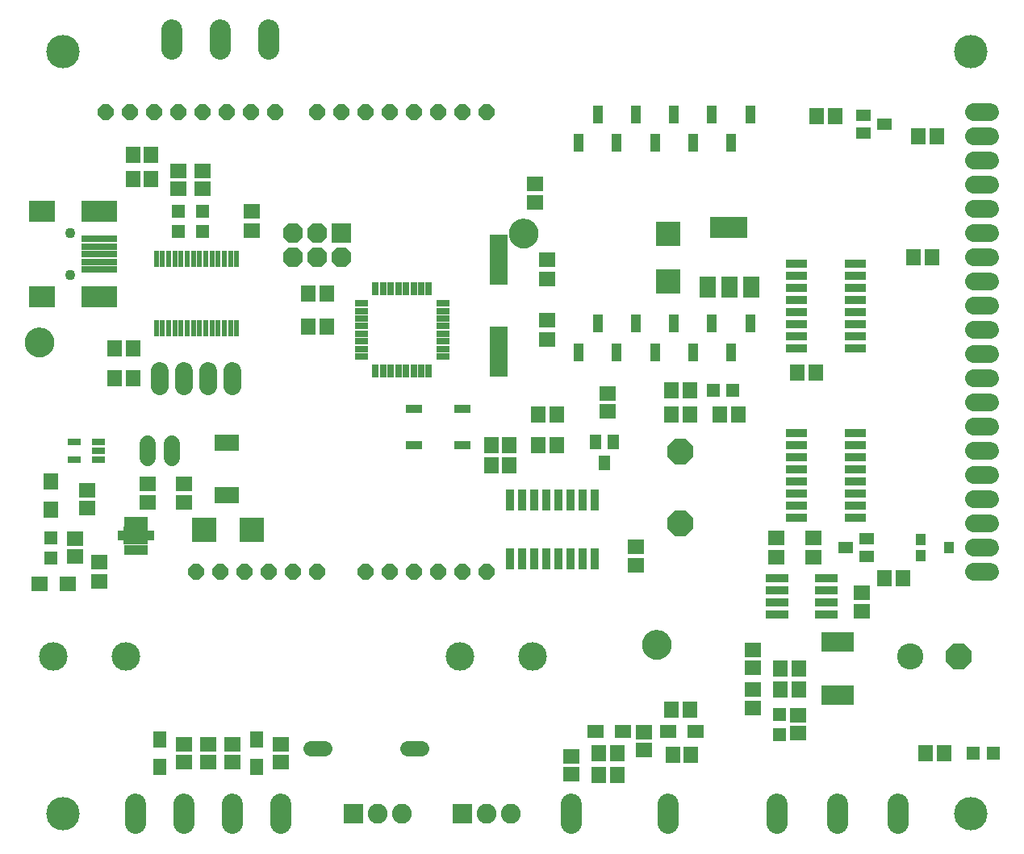
<source format=gts>
G75*
G70*
%OFA0B0*%
%FSLAX24Y24*%
%IPPOS*%
%LPD*%
%AMOC8*
5,1,8,0,0,1.08239X$1,22.5*
%
%ADD10R,0.0552X0.0297*%
%ADD11R,0.1064X0.0867*%
%ADD12R,0.1458X0.0867*%
%ADD13R,0.1458X0.0277*%
%ADD14C,0.0434*%
%ADD15R,0.0340X0.0880*%
%ADD16R,0.0710X0.0592*%
%ADD17R,0.0580X0.0300*%
%ADD18R,0.0300X0.0580*%
%ADD19R,0.0631X0.0710*%
%ADD20R,0.0671X0.0592*%
%ADD21R,0.0552X0.0552*%
%ADD22R,0.0710X0.0631*%
%ADD23R,0.0197X0.0415*%
%ADD24R,0.1025X0.0730*%
%ADD25R,0.0356X0.0190*%
%ADD26R,0.1025X0.0671*%
%ADD27R,0.1025X0.1025*%
%ADD28R,0.0237X0.0671*%
%ADD29R,0.0592X0.0710*%
%ADD30R,0.0592X0.0671*%
%ADD31C,0.0720*%
%ADD32R,0.0780X0.2080*%
%ADD33R,0.0680X0.0380*%
%ADD34R,0.0820X0.0820*%
%ADD35OC8,0.0820*%
%ADD36R,0.0631X0.0474*%
%ADD37R,0.0434X0.0474*%
%ADD38R,0.0434X0.0513*%
%ADD39C,0.0860*%
%ADD40C,0.0820*%
%ADD41R,0.0950X0.0320*%
%ADD42R,0.0474X0.0631*%
%ADD43R,0.0880X0.0340*%
%ADD44OC8,0.0635*%
%ADD45C,0.0680*%
%ADD46C,0.1080*%
%ADD47OC8,0.1080*%
%ADD48R,0.1340X0.0789*%
%ADD49R,0.0415X0.0749*%
%ADD50R,0.0670X0.0870*%
%ADD51R,0.1580X0.0870*%
%ADD52C,0.1175*%
%ADD53R,0.0671X0.0552*%
%ADD54R,0.0552X0.0671*%
%ADD55C,0.1380*%
%ADD56C,0.0640*%
%ADD57C,0.0671*%
%ADD58C,0.0500*%
D10*
X004125Y017307D03*
X004125Y018055D03*
X005149Y018055D03*
X005149Y017681D03*
X005149Y017307D03*
D11*
X002806Y024039D03*
X002806Y027583D03*
D12*
X005168Y027583D03*
X005168Y024039D03*
D13*
X005168Y025181D03*
X005168Y025496D03*
X005168Y025811D03*
X005168Y026126D03*
X005172Y026445D03*
D14*
X003987Y026677D03*
X003987Y024945D03*
D15*
X022137Y015641D03*
X022637Y015641D03*
X023137Y015641D03*
X023637Y015641D03*
X024137Y015641D03*
X024637Y015641D03*
X025137Y015641D03*
X025637Y015641D03*
X025637Y013221D03*
X025137Y013221D03*
X024637Y013221D03*
X024137Y013221D03*
X023637Y013221D03*
X023137Y013221D03*
X022637Y013221D03*
X022137Y013221D03*
D16*
X027337Y012937D03*
X027337Y013725D03*
X033137Y014075D03*
X033137Y013287D03*
X034687Y013287D03*
X034687Y014075D03*
X023687Y022287D03*
X023687Y023075D03*
X023687Y024787D03*
X023687Y025575D03*
X011487Y026787D03*
X011487Y027575D03*
X005187Y013075D03*
X005187Y012287D03*
D17*
X015997Y021579D03*
X015997Y021894D03*
X015997Y022209D03*
X015997Y022523D03*
X015997Y022838D03*
X015997Y023153D03*
X015997Y023468D03*
X015997Y023783D03*
X019377Y023783D03*
X019377Y023468D03*
X019377Y023153D03*
X019377Y022838D03*
X019377Y022523D03*
X019377Y022209D03*
X019377Y021894D03*
X019377Y021579D03*
D18*
X018789Y020991D03*
X018474Y020991D03*
X018160Y020991D03*
X017845Y020991D03*
X017530Y020991D03*
X017215Y020991D03*
X016900Y020991D03*
X016585Y020991D03*
X016585Y024371D03*
X016900Y024371D03*
X017215Y024371D03*
X017530Y024371D03*
X017845Y024371D03*
X018160Y024371D03*
X018474Y024371D03*
X018789Y024371D03*
D19*
X003187Y016421D03*
X003187Y015240D03*
D20*
X004687Y015307D03*
X004687Y016055D03*
X004187Y014055D03*
X004187Y013307D03*
X007187Y015557D03*
X007187Y016305D03*
X008687Y016305D03*
X008687Y015557D03*
X008687Y005555D03*
X008687Y004807D03*
X009687Y004807D03*
X009687Y005555D03*
X010687Y005555D03*
X010687Y004807D03*
X012687Y004807D03*
X012687Y005555D03*
X024687Y005055D03*
X024687Y004307D03*
X027687Y005307D03*
X027687Y006055D03*
X032187Y007057D03*
X032187Y007805D03*
X032187Y008707D03*
X032187Y009455D03*
X034037Y006755D03*
X034037Y006007D03*
X036687Y011057D03*
X036687Y011805D03*
X026187Y019307D03*
X026187Y020055D03*
X023187Y027957D03*
X023187Y028705D03*
X009437Y028507D03*
X009437Y029255D03*
X008437Y029255D03*
X008437Y028507D03*
D21*
X008437Y027594D03*
X008437Y026768D03*
X009437Y026768D03*
X009437Y027594D03*
X003187Y014094D03*
X003187Y013268D03*
X030524Y020181D03*
X031350Y020181D03*
X033287Y006794D03*
X033287Y005968D03*
X041274Y005181D03*
X042100Y005181D03*
D22*
X003878Y012181D03*
X002697Y012181D03*
D23*
X006293Y013600D03*
X006490Y013600D03*
X006687Y013600D03*
X006884Y013600D03*
X007081Y013600D03*
X007081Y014762D03*
X006884Y014762D03*
X006687Y014762D03*
X006490Y014762D03*
X006293Y014762D03*
D24*
X006687Y014181D03*
D25*
X007278Y014279D03*
X007278Y014083D03*
X006097Y014083D03*
X006097Y014279D03*
D26*
X010437Y015848D03*
X010437Y018014D03*
D27*
X009503Y014431D03*
X011471Y014431D03*
X028687Y024697D03*
X028687Y026665D03*
D28*
X010850Y025608D03*
X010595Y025608D03*
X010339Y025608D03*
X010083Y025608D03*
X009827Y025608D03*
X009571Y025608D03*
X009315Y025608D03*
X009059Y025608D03*
X008803Y025608D03*
X008547Y025608D03*
X008291Y025608D03*
X008036Y025608D03*
X007780Y025608D03*
X007524Y025608D03*
X007524Y022754D03*
X007780Y022754D03*
X008036Y022754D03*
X008291Y022754D03*
X008547Y022754D03*
X008803Y022754D03*
X009059Y022754D03*
X009315Y022754D03*
X009571Y022754D03*
X009827Y022754D03*
X010083Y022754D03*
X010339Y022754D03*
X010595Y022754D03*
X010850Y022754D03*
D29*
X013793Y022831D03*
X014581Y022831D03*
X014581Y024181D03*
X013793Y024181D03*
X006581Y021931D03*
X005793Y021931D03*
X005793Y020681D03*
X006581Y020681D03*
X033993Y020931D03*
X034781Y020931D03*
D30*
X031561Y019181D03*
X030813Y019181D03*
X029561Y019181D03*
X028813Y019181D03*
X028813Y020181D03*
X029561Y020181D03*
X024061Y019181D03*
X023313Y019181D03*
X023313Y017931D03*
X024061Y017931D03*
X022111Y017931D03*
X021363Y017931D03*
X021363Y017081D03*
X022111Y017081D03*
X033313Y008681D03*
X034061Y008681D03*
X034061Y007831D03*
X033313Y007831D03*
X029561Y006981D03*
X028813Y006981D03*
X028863Y005131D03*
X029611Y005131D03*
X026561Y005181D03*
X025813Y005181D03*
X025813Y004281D03*
X026561Y004281D03*
X037613Y012431D03*
X038361Y012431D03*
X039313Y005181D03*
X040061Y005181D03*
X039561Y025681D03*
X038813Y025681D03*
X039013Y030681D03*
X039761Y030681D03*
X035561Y031531D03*
X034813Y031531D03*
X007311Y029931D03*
X006563Y029931D03*
X006563Y028931D03*
X007311Y028931D03*
D31*
X007687Y021001D02*
X007687Y020361D01*
X008687Y020361D02*
X008687Y021001D01*
X009687Y021001D02*
X009687Y020361D01*
X010687Y020361D02*
X010687Y021001D01*
X041317Y020681D02*
X041957Y020681D01*
X041957Y021681D02*
X041317Y021681D01*
X041317Y022681D02*
X041957Y022681D01*
X041957Y023681D02*
X041317Y023681D01*
X041317Y024681D02*
X041957Y024681D01*
X041957Y025681D02*
X041317Y025681D01*
X041317Y026681D02*
X041957Y026681D01*
X041957Y027681D02*
X041317Y027681D01*
X041317Y028681D02*
X041957Y028681D01*
X041957Y029681D02*
X041317Y029681D01*
X041317Y030681D02*
X041957Y030681D01*
X041957Y031681D02*
X041317Y031681D01*
X041317Y019681D02*
X041957Y019681D01*
X041957Y018681D02*
X041317Y018681D01*
X041317Y017681D02*
X041957Y017681D01*
X041957Y016681D02*
X041317Y016681D01*
X041317Y015681D02*
X041957Y015681D01*
X041957Y014681D02*
X041317Y014681D01*
X041317Y013681D02*
X041957Y013681D01*
X041957Y012681D02*
X041317Y012681D01*
D32*
X021687Y021781D03*
X021687Y025581D03*
D33*
X020187Y019431D03*
X020187Y017931D03*
X018187Y017931D03*
X018187Y019431D03*
D34*
X015187Y026681D03*
X015687Y002681D03*
X020187Y002681D03*
D35*
X015187Y025681D03*
X014187Y025681D03*
X013187Y025681D03*
X013187Y026681D03*
X014187Y026681D03*
D36*
X036004Y013681D03*
X036870Y013307D03*
X036870Y014055D03*
X036754Y030807D03*
X036754Y031555D03*
X037620Y031181D03*
D37*
X039116Y014016D03*
X039116Y013346D03*
D38*
X040258Y013681D03*
D39*
X038187Y003071D02*
X038187Y002291D01*
X035687Y002291D02*
X035687Y003071D01*
X033187Y003071D02*
X033187Y002291D01*
X028687Y002291D02*
X028687Y003071D01*
X024687Y003071D02*
X024687Y002291D01*
X012687Y002291D02*
X012687Y003071D01*
X010687Y003071D02*
X010687Y002291D01*
X008687Y002291D02*
X008687Y003071D01*
X006687Y003071D02*
X006687Y002291D01*
X008187Y034291D02*
X008187Y035071D01*
X010187Y035071D02*
X010187Y034291D01*
X012187Y034291D02*
X012187Y035071D01*
D40*
X016687Y002681D03*
X017687Y002681D03*
X021187Y002681D03*
X022187Y002681D03*
D41*
X033157Y010931D03*
X033157Y011431D03*
X033157Y011931D03*
X033157Y012431D03*
X035217Y012431D03*
X035217Y011931D03*
X035217Y011431D03*
X035217Y010931D03*
D42*
X026411Y018064D03*
X025663Y018064D03*
X026037Y017198D03*
D43*
X033977Y017431D03*
X033977Y017931D03*
X033977Y018431D03*
X033977Y016931D03*
X033977Y016431D03*
X033977Y015931D03*
X033977Y015431D03*
X033977Y014931D03*
X036397Y014931D03*
X036397Y015431D03*
X036397Y015931D03*
X036397Y016431D03*
X036397Y016931D03*
X036397Y017431D03*
X036397Y017931D03*
X036397Y018431D03*
X036397Y021931D03*
X036397Y022431D03*
X036397Y022931D03*
X036397Y023431D03*
X036397Y023931D03*
X036397Y024431D03*
X036397Y024931D03*
X036397Y025431D03*
X033977Y025431D03*
X033977Y024931D03*
X033977Y024431D03*
X033977Y023931D03*
X033977Y023431D03*
X033977Y022931D03*
X033977Y022431D03*
X033977Y021931D03*
D44*
X021187Y012681D03*
X020187Y012681D03*
X019187Y012681D03*
X018187Y012681D03*
X017187Y012681D03*
X016187Y012681D03*
X014187Y012681D03*
X013187Y012681D03*
X012187Y012681D03*
X011187Y012681D03*
X010187Y012681D03*
X009187Y012681D03*
X009437Y031681D03*
X008437Y031681D03*
X007437Y031681D03*
X006437Y031681D03*
X005437Y031681D03*
X010437Y031681D03*
X011437Y031681D03*
X012437Y031681D03*
X014187Y031681D03*
X015187Y031681D03*
X016187Y031681D03*
X017187Y031681D03*
X018187Y031681D03*
X019187Y031681D03*
X020187Y031681D03*
X021187Y031681D03*
D45*
X008187Y017981D02*
X008187Y017381D01*
X007187Y017381D02*
X007187Y017981D01*
D46*
X038687Y009181D03*
D47*
X040687Y009181D03*
X029187Y014701D03*
X029187Y017661D03*
D48*
X035687Y009783D03*
X035687Y007579D03*
D49*
X031274Y021760D03*
X032061Y022941D03*
X030486Y022941D03*
X029699Y021760D03*
X028911Y022941D03*
X028124Y021760D03*
X027337Y022941D03*
X026549Y021760D03*
X025762Y022941D03*
X024974Y021760D03*
X024974Y030421D03*
X025762Y031602D03*
X026549Y030421D03*
X027337Y031602D03*
X028124Y030421D03*
X028911Y031602D03*
X029699Y030421D03*
X030486Y031602D03*
X031274Y030421D03*
X032061Y031602D03*
D50*
X032097Y024441D03*
X031197Y024441D03*
X030297Y024441D03*
D51*
X031187Y026921D03*
D52*
X023087Y009181D03*
X020087Y009181D03*
X006287Y009181D03*
X003287Y009181D03*
D53*
X025666Y006081D03*
X026808Y006081D03*
X028666Y006081D03*
X029808Y006081D03*
D54*
X011687Y005752D03*
X011687Y004610D03*
X007687Y004610D03*
X007687Y005752D03*
D55*
X003687Y002681D03*
X003687Y034181D03*
X041187Y034181D03*
X041187Y002681D03*
D56*
X018467Y005381D02*
X017907Y005381D01*
X014467Y005381D02*
X013907Y005381D01*
D57*
X028187Y009681D03*
X022687Y026681D03*
X002687Y022181D03*
D58*
X002331Y022181D02*
X002333Y022218D01*
X002339Y022255D01*
X002348Y022291D01*
X002362Y022326D01*
X002379Y022359D01*
X002399Y022390D01*
X002422Y022419D01*
X002449Y022446D01*
X002478Y022469D01*
X002509Y022489D01*
X002542Y022506D01*
X002577Y022520D01*
X002613Y022529D01*
X002650Y022535D01*
X002687Y022537D01*
X002724Y022535D01*
X002761Y022529D01*
X002797Y022520D01*
X002832Y022506D01*
X002865Y022489D01*
X002896Y022469D01*
X002925Y022446D01*
X002952Y022419D01*
X002975Y022390D01*
X002995Y022359D01*
X003012Y022326D01*
X003026Y022291D01*
X003035Y022255D01*
X003041Y022218D01*
X003043Y022181D01*
X003041Y022144D01*
X003035Y022107D01*
X003026Y022071D01*
X003012Y022036D01*
X002995Y022003D01*
X002975Y021972D01*
X002952Y021943D01*
X002925Y021916D01*
X002896Y021893D01*
X002865Y021873D01*
X002832Y021856D01*
X002797Y021842D01*
X002761Y021833D01*
X002724Y021827D01*
X002687Y021825D01*
X002650Y021827D01*
X002613Y021833D01*
X002577Y021842D01*
X002542Y021856D01*
X002509Y021873D01*
X002478Y021893D01*
X002449Y021916D01*
X002422Y021943D01*
X002399Y021972D01*
X002379Y022003D01*
X002362Y022036D01*
X002348Y022071D01*
X002339Y022107D01*
X002333Y022144D01*
X002331Y022181D01*
X022331Y026681D02*
X022333Y026718D01*
X022339Y026755D01*
X022348Y026791D01*
X022362Y026826D01*
X022379Y026859D01*
X022399Y026890D01*
X022422Y026919D01*
X022449Y026946D01*
X022478Y026969D01*
X022509Y026989D01*
X022542Y027006D01*
X022577Y027020D01*
X022613Y027029D01*
X022650Y027035D01*
X022687Y027037D01*
X022724Y027035D01*
X022761Y027029D01*
X022797Y027020D01*
X022832Y027006D01*
X022865Y026989D01*
X022896Y026969D01*
X022925Y026946D01*
X022952Y026919D01*
X022975Y026890D01*
X022995Y026859D01*
X023012Y026826D01*
X023026Y026791D01*
X023035Y026755D01*
X023041Y026718D01*
X023043Y026681D01*
X023041Y026644D01*
X023035Y026607D01*
X023026Y026571D01*
X023012Y026536D01*
X022995Y026503D01*
X022975Y026472D01*
X022952Y026443D01*
X022925Y026416D01*
X022896Y026393D01*
X022865Y026373D01*
X022832Y026356D01*
X022797Y026342D01*
X022761Y026333D01*
X022724Y026327D01*
X022687Y026325D01*
X022650Y026327D01*
X022613Y026333D01*
X022577Y026342D01*
X022542Y026356D01*
X022509Y026373D01*
X022478Y026393D01*
X022449Y026416D01*
X022422Y026443D01*
X022399Y026472D01*
X022379Y026503D01*
X022362Y026536D01*
X022348Y026571D01*
X022339Y026607D01*
X022333Y026644D01*
X022331Y026681D01*
X027831Y009681D02*
X027833Y009718D01*
X027839Y009755D01*
X027848Y009791D01*
X027862Y009826D01*
X027879Y009859D01*
X027899Y009890D01*
X027922Y009919D01*
X027949Y009946D01*
X027978Y009969D01*
X028009Y009989D01*
X028042Y010006D01*
X028077Y010020D01*
X028113Y010029D01*
X028150Y010035D01*
X028187Y010037D01*
X028224Y010035D01*
X028261Y010029D01*
X028297Y010020D01*
X028332Y010006D01*
X028365Y009989D01*
X028396Y009969D01*
X028425Y009946D01*
X028452Y009919D01*
X028475Y009890D01*
X028495Y009859D01*
X028512Y009826D01*
X028526Y009791D01*
X028535Y009755D01*
X028541Y009718D01*
X028543Y009681D01*
X028541Y009644D01*
X028535Y009607D01*
X028526Y009571D01*
X028512Y009536D01*
X028495Y009503D01*
X028475Y009472D01*
X028452Y009443D01*
X028425Y009416D01*
X028396Y009393D01*
X028365Y009373D01*
X028332Y009356D01*
X028297Y009342D01*
X028261Y009333D01*
X028224Y009327D01*
X028187Y009325D01*
X028150Y009327D01*
X028113Y009333D01*
X028077Y009342D01*
X028042Y009356D01*
X028009Y009373D01*
X027978Y009393D01*
X027949Y009416D01*
X027922Y009443D01*
X027899Y009472D01*
X027879Y009503D01*
X027862Y009536D01*
X027848Y009571D01*
X027839Y009607D01*
X027833Y009644D01*
X027831Y009681D01*
M02*

</source>
